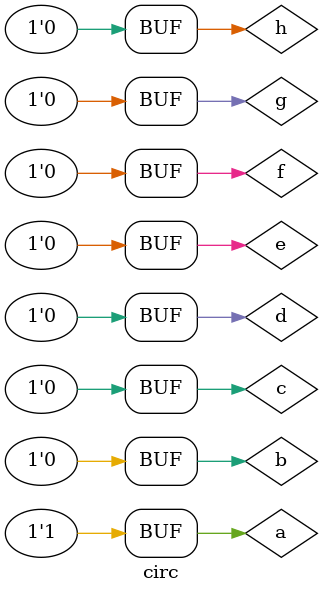
<source format=v>


module orgate (output s, input p, input q);
 assign s = p|q;	//criar vinculo permanente
        		   	//(dependencia)
endmodule // orgate


//----------------------
//--Circuito
//----------------------
module circ;
//----------------------dados locais
  reg a,b,c,d,e,f,g,h;    //definir registrador
  				//(variavel independente)
  wire s;	// definir conexao(fio)
   			//(variavel dependente)
//---------------------- instancia
    orgate OR1(s1,a,b);
	 orgate OR2(s2,c,d);
	 orgate OR3(s3,e,f);
	 orgate OR4(s4,g,h);
	 orgate OR5(s5,s1,s2);
	 orgate OR6(s6,s3,s4);
	 orgate OR7(s,s5,s6);
  
//---------------------- preparacao
 initial begin:start
  a=0; b=0; c=0; d=0; e=0; f=0; g=0; h=0;
 end
//---------------------- parte principal
 initial begin
   $display("Extra02 - Wender Zacarias Xavier - 427472");
	$display("Test Circuito");
	$display("\na b c d e f g h = s\n");
	$monitor("%b %b %b %b %b %b %b %b = %b",a,b,c,d,e,f,g,h,s);
#1 a=0; b=0; c=0; d=0; e=0; f=0; g=0; h=0;
#1 a=0; b=0; c=0; d=0; e=0; f=0; g=0; h=1;
#1 a=0; b=0; c=0; d=0; e=0; f=0; g=1; h=0;
#1 a=0; b=0; c=0; d=0; e=0; f=1; g=0; h=0;
#1 a=0; b=0; c=0; d=0; e=1; f=0; g=0; h=0;
#1 a=0; b=0; c=0; d=1; e=0; f=0; g=0; h=0;
#1 a=0; b=0; c=1; d=0; e=0; f=0; g=0; h=0;
#1 a=0; b=1; c=0; d=0; e=0; f=0; g=0; h=0;
#1 a=1; b=0; c=0; d=0; e=0; f=0; g=0; h=0;
		end

endmodule //circ


/** Resultados obtidos
   Test Circuito
    
    a b c d e f g h = s
    
    0 0 0 0 0 0 0 0 = 0
    0 0 0 0 0 0 0 1 = 1
    0 0 0 0 0 0 1 0 = 1
    0 0 0 0 0 1 0 0 = 1
    0 0 0 0 1 0 0 0 = 1
    0 0 0 1 0 0 0 0 = 1
    0 0 1 0 0 0 0 0 = 1
    0 1 0 0 0 0 0 0 = 1
    1 0 0 0 0 0 0 0 = 1
    
    						  
   **/
</source>
